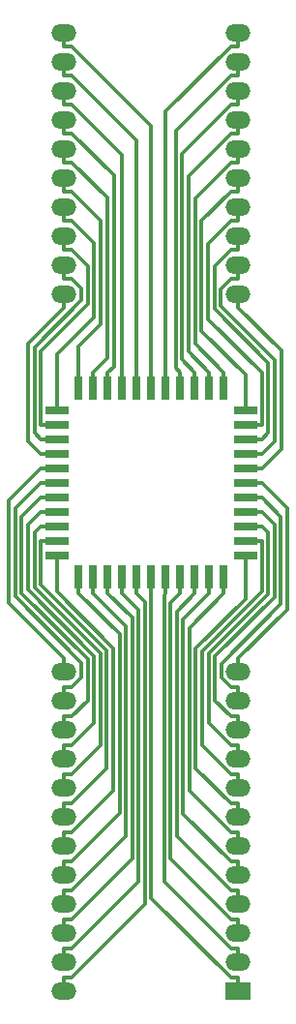
<source format=gtl>
G04 (created by PCBNEW (2013-mar-13)-testing) date Tue 15 Oct 2013 11:37:39 AM CEST*
%MOIN*%
G04 Gerber Fmt 3.4, Leading zero omitted, Abs format*
%FSLAX34Y34*%
G01*
G70*
G90*
G04 APERTURE LIST*
%ADD10C,0.005906*%
%ADD11R,0.086614X0.059055*%
%ADD12O,0.086614X0.059055*%
%ADD13R,0.030000X0.080000*%
%ADD14R,0.080000X0.030000*%
%ADD15C,0.011811*%
G04 APERTURE END LIST*
G54D10*
G54D11*
X62000Y-52500D03*
G54D12*
X62000Y-51500D03*
X62000Y-50500D03*
X62000Y-49500D03*
X62000Y-48500D03*
X62000Y-47500D03*
X62000Y-46500D03*
X62000Y-45500D03*
X62000Y-44500D03*
X62000Y-43500D03*
X62000Y-42500D03*
X62000Y-41500D03*
X62000Y-28500D03*
X62000Y-27500D03*
X62000Y-26500D03*
X62000Y-25500D03*
X62000Y-24500D03*
X62000Y-23500D03*
X62000Y-22500D03*
X62000Y-21500D03*
X62000Y-20500D03*
X62000Y-19500D03*
X56000Y-19500D03*
X56000Y-20500D03*
X56000Y-21500D03*
X56000Y-22500D03*
X56000Y-23500D03*
X56000Y-24500D03*
X56000Y-25500D03*
X56000Y-26500D03*
X56000Y-27500D03*
X56000Y-28500D03*
X56000Y-41500D03*
X56000Y-42500D03*
X56000Y-43500D03*
X56000Y-44500D03*
X56000Y-45500D03*
X56000Y-46500D03*
X56000Y-47500D03*
X56000Y-48500D03*
X56000Y-49500D03*
X56000Y-50500D03*
X56000Y-51500D03*
X56000Y-52500D03*
G54D13*
X59000Y-38250D03*
X59500Y-38250D03*
X60000Y-38250D03*
X60500Y-38250D03*
X61000Y-38250D03*
X61500Y-38250D03*
G54D14*
X62250Y-37500D03*
X62250Y-37000D03*
X62250Y-36500D03*
X62250Y-36000D03*
X62250Y-35500D03*
X62250Y-35000D03*
X62250Y-34500D03*
X62250Y-34000D03*
X62250Y-33500D03*
X62250Y-33000D03*
X62250Y-32500D03*
G54D13*
X61500Y-31750D03*
X61000Y-31750D03*
X60500Y-31750D03*
X60000Y-31750D03*
X59500Y-31750D03*
X59000Y-31750D03*
X58500Y-31750D03*
X58000Y-31750D03*
X57500Y-31750D03*
X57000Y-31750D03*
X56500Y-31750D03*
G54D14*
X55750Y-32500D03*
X55750Y-33000D03*
X55750Y-33500D03*
X55750Y-34000D03*
X55750Y-34500D03*
X55750Y-35000D03*
X55750Y-35500D03*
X55750Y-36000D03*
X55750Y-36500D03*
X55750Y-37000D03*
X55750Y-37500D03*
G54D13*
X56500Y-38250D03*
X57000Y-38250D03*
X57500Y-38250D03*
X58000Y-38250D03*
X58500Y-38250D03*
G54D15*
X62000Y-52500D02*
X62000Y-52045D01*
X59000Y-49292D02*
X59000Y-38809D01*
X61752Y-52045D02*
X59000Y-49292D01*
X62000Y-52045D02*
X61752Y-52045D01*
X59000Y-38250D02*
X59000Y-38809D01*
X62000Y-43500D02*
X62000Y-43045D01*
X62250Y-36000D02*
X62809Y-36000D01*
X61744Y-43045D02*
X62000Y-43045D01*
X61189Y-42490D02*
X61744Y-43045D01*
X61189Y-40975D02*
X61189Y-42490D01*
X63245Y-38919D02*
X61189Y-40975D01*
X63245Y-36436D02*
X63245Y-38919D01*
X62809Y-36000D02*
X63245Y-36436D01*
X61752Y-42045D02*
X62000Y-42045D01*
X61407Y-41700D02*
X61752Y-42045D01*
X61407Y-41220D02*
X61407Y-41700D01*
X63463Y-39164D02*
X61407Y-41220D01*
X63463Y-36154D02*
X63463Y-39164D01*
X62809Y-35500D02*
X63463Y-36154D01*
X62250Y-35500D02*
X62809Y-35500D01*
X62000Y-42500D02*
X62000Y-42045D01*
X62250Y-35000D02*
X62809Y-35000D01*
X62000Y-41500D02*
X62000Y-41045D01*
X63682Y-35872D02*
X62809Y-35000D01*
X63682Y-39363D02*
X63682Y-35872D01*
X62000Y-41045D02*
X63682Y-39363D01*
X62250Y-34500D02*
X62809Y-34500D01*
X62000Y-28500D02*
X62000Y-28954D01*
X63474Y-30429D02*
X62000Y-28954D01*
X63474Y-33834D02*
X63474Y-30429D01*
X62809Y-34500D02*
X63474Y-33834D01*
X61755Y-27954D02*
X62000Y-27954D01*
X61389Y-28320D02*
X61755Y-27954D01*
X61389Y-28901D02*
X61389Y-28320D01*
X63256Y-30769D02*
X61389Y-28901D01*
X63256Y-33552D02*
X63256Y-30769D01*
X62809Y-34000D02*
X63256Y-33552D01*
X62250Y-34000D02*
X62809Y-34000D01*
X62000Y-27500D02*
X62000Y-27954D01*
X61755Y-26954D02*
X62000Y-26954D01*
X61170Y-27539D02*
X61755Y-26954D01*
X61170Y-29006D02*
X61170Y-27539D01*
X63027Y-30862D02*
X61170Y-29006D01*
X63027Y-33281D02*
X63027Y-30862D01*
X62809Y-33500D02*
X63027Y-33281D01*
X62250Y-33500D02*
X62809Y-33500D01*
X62000Y-26500D02*
X62000Y-26954D01*
X62250Y-33000D02*
X62809Y-33000D01*
X62000Y-25500D02*
X62000Y-25954D01*
X61755Y-25954D02*
X62000Y-25954D01*
X60952Y-26757D02*
X61755Y-25954D01*
X60952Y-29362D02*
X60952Y-26757D01*
X62809Y-31218D02*
X60952Y-29362D01*
X62809Y-33000D02*
X62809Y-31218D01*
X62000Y-24500D02*
X62000Y-24954D01*
X61755Y-24954D02*
X62000Y-24954D01*
X60728Y-25981D02*
X61755Y-24954D01*
X60728Y-29754D02*
X60728Y-25981D01*
X62250Y-31276D02*
X60728Y-29754D01*
X62250Y-32500D02*
X62250Y-31276D01*
X61500Y-31750D02*
X61500Y-31190D01*
X62000Y-23500D02*
X62000Y-23954D01*
X61755Y-23954D02*
X62000Y-23954D01*
X60509Y-25200D02*
X61755Y-23954D01*
X60509Y-30199D02*
X60509Y-25200D01*
X61500Y-31190D02*
X60509Y-30199D01*
X61000Y-31750D02*
X61000Y-31190D01*
X62000Y-22500D02*
X62000Y-22954D01*
X61755Y-22954D02*
X62000Y-22954D01*
X60277Y-24432D02*
X61755Y-22954D01*
X60277Y-30468D02*
X60277Y-24432D01*
X61000Y-31190D02*
X60277Y-30468D01*
X59500Y-38250D02*
X59500Y-38809D01*
X62000Y-51500D02*
X62000Y-51045D01*
X61755Y-51045D02*
X62000Y-51045D01*
X59443Y-48733D02*
X61755Y-51045D01*
X59443Y-38865D02*
X59443Y-48733D01*
X59500Y-38809D02*
X59443Y-38865D01*
X60500Y-31750D02*
X60500Y-31190D01*
X62000Y-21500D02*
X62000Y-21954D01*
X61755Y-21954D02*
X62000Y-21954D01*
X60054Y-23655D02*
X61755Y-21954D01*
X60054Y-30745D02*
X60054Y-23655D01*
X60500Y-31190D02*
X60054Y-30745D01*
X61755Y-20954D02*
X62000Y-20954D01*
X59836Y-22873D02*
X61755Y-20954D01*
X59836Y-31027D02*
X59836Y-22873D01*
X60000Y-31190D02*
X59836Y-31027D01*
X60000Y-31750D02*
X60000Y-31190D01*
X62000Y-20500D02*
X62000Y-20954D01*
X62000Y-19500D02*
X62000Y-19954D01*
X59500Y-22209D02*
X59500Y-31190D01*
X61755Y-19954D02*
X59500Y-22209D01*
X62000Y-19954D02*
X61755Y-19954D01*
X59500Y-31750D02*
X59500Y-31190D01*
X56244Y-19954D02*
X56000Y-19954D01*
X59000Y-22709D02*
X56244Y-19954D01*
X59000Y-31750D02*
X59000Y-22709D01*
X56000Y-19500D02*
X56000Y-19954D01*
X56244Y-20954D02*
X56000Y-20954D01*
X58500Y-23209D02*
X56244Y-20954D01*
X58500Y-31750D02*
X58500Y-23209D01*
X56000Y-20500D02*
X56000Y-20954D01*
X56000Y-21500D02*
X56000Y-21954D01*
X58000Y-31750D02*
X58000Y-31190D01*
X56244Y-21954D02*
X56000Y-21954D01*
X58000Y-23709D02*
X56244Y-21954D01*
X58000Y-31190D02*
X58000Y-23709D01*
X57500Y-31750D02*
X57500Y-31190D01*
X56000Y-22500D02*
X56000Y-22954D01*
X56244Y-22954D02*
X56000Y-22954D01*
X57703Y-24413D02*
X56244Y-22954D01*
X57703Y-30987D02*
X57703Y-24413D01*
X57500Y-31190D02*
X57703Y-30987D01*
X57000Y-31750D02*
X57000Y-31190D01*
X56000Y-23500D02*
X56000Y-23954D01*
X56244Y-23954D02*
X56000Y-23954D01*
X57473Y-25183D02*
X56244Y-23954D01*
X57473Y-30717D02*
X57473Y-25183D01*
X57000Y-31190D02*
X57473Y-30717D01*
X56000Y-24500D02*
X56000Y-24954D01*
X56244Y-24954D02*
X56000Y-24954D01*
X57252Y-25962D02*
X56244Y-24954D01*
X57252Y-29536D02*
X57252Y-25962D01*
X56500Y-30289D02*
X57252Y-29536D01*
X56500Y-31750D02*
X56500Y-30289D01*
X56244Y-25954D02*
X56000Y-25954D01*
X57034Y-26743D02*
X56244Y-25954D01*
X57034Y-29292D02*
X57034Y-26743D01*
X55750Y-30576D02*
X57034Y-29292D01*
X55750Y-32500D02*
X55750Y-30576D01*
X56000Y-25500D02*
X56000Y-25954D01*
X60000Y-38250D02*
X60000Y-38809D01*
X62000Y-50500D02*
X62000Y-50045D01*
X61755Y-50045D02*
X62000Y-50045D01*
X59661Y-47951D02*
X61755Y-50045D01*
X59661Y-39147D02*
X59661Y-47951D01*
X60000Y-38809D02*
X59661Y-39147D01*
X55750Y-33000D02*
X55190Y-33000D01*
X56000Y-26500D02*
X56000Y-26954D01*
X55190Y-30475D02*
X55190Y-33000D01*
X56815Y-28850D02*
X55190Y-30475D01*
X56815Y-27525D02*
X56815Y-28850D01*
X56244Y-26954D02*
X56815Y-27525D01*
X56000Y-26954D02*
X56244Y-26954D01*
X56000Y-27500D02*
X56000Y-27954D01*
X55750Y-33500D02*
X55190Y-33500D01*
X54972Y-33281D02*
X55190Y-33500D01*
X54972Y-30322D02*
X54972Y-33281D01*
X56597Y-28697D02*
X54972Y-30322D01*
X56597Y-28296D02*
X56597Y-28697D01*
X56255Y-27954D02*
X56597Y-28296D01*
X56000Y-27954D02*
X56255Y-27954D01*
X56000Y-28500D02*
X56000Y-28954D01*
X55750Y-34000D02*
X55190Y-34000D01*
X54754Y-33563D02*
X55190Y-34000D01*
X54754Y-30200D02*
X54754Y-33563D01*
X56000Y-28954D02*
X54754Y-30200D01*
X55750Y-34500D02*
X55190Y-34500D01*
X56000Y-41500D02*
X56000Y-41045D01*
X54088Y-39134D02*
X56000Y-41045D01*
X54088Y-35602D02*
X54088Y-39134D01*
X55190Y-34500D02*
X54088Y-35602D01*
X56250Y-42045D02*
X56000Y-42045D01*
X56595Y-41700D02*
X56250Y-42045D01*
X56595Y-41189D02*
X56595Y-41700D01*
X54307Y-38901D02*
X56595Y-41189D01*
X54307Y-35883D02*
X54307Y-38901D01*
X55190Y-35000D02*
X54307Y-35883D01*
X55750Y-35000D02*
X55190Y-35000D01*
X56000Y-42500D02*
X56000Y-42045D01*
X56000Y-43500D02*
X56000Y-43045D01*
X55750Y-35500D02*
X55190Y-35500D01*
X54525Y-36165D02*
X55190Y-35500D01*
X54525Y-38792D02*
X54525Y-36165D01*
X56814Y-41080D02*
X54525Y-38792D01*
X56814Y-42487D02*
X56814Y-41080D01*
X56255Y-43045D02*
X56814Y-42487D01*
X56000Y-43045D02*
X56255Y-43045D01*
X55750Y-36000D02*
X55190Y-36000D01*
X56000Y-44500D02*
X56000Y-44045D01*
X56244Y-44045D02*
X56000Y-44045D01*
X57032Y-43257D02*
X56244Y-44045D01*
X57032Y-40957D02*
X57032Y-43257D01*
X54743Y-38668D02*
X57032Y-40957D01*
X54743Y-36447D02*
X54743Y-38668D01*
X55190Y-36000D02*
X54743Y-36447D01*
X55750Y-36500D02*
X55190Y-36500D01*
X56000Y-45500D02*
X56000Y-45045D01*
X56244Y-45045D02*
X56000Y-45045D01*
X57250Y-44039D02*
X56244Y-45045D01*
X57250Y-40867D02*
X57250Y-44039D01*
X54972Y-38589D02*
X57250Y-40867D01*
X54972Y-36718D02*
X54972Y-38589D01*
X55190Y-36500D02*
X54972Y-36718D01*
X55750Y-37000D02*
X55190Y-37000D01*
X56000Y-46500D02*
X56000Y-46045D01*
X56244Y-46045D02*
X56000Y-46045D01*
X57468Y-44821D02*
X56244Y-46045D01*
X57468Y-40776D02*
X57468Y-44821D01*
X55190Y-38498D02*
X57468Y-40776D01*
X55190Y-37000D02*
X55190Y-38498D01*
X56000Y-47500D02*
X56000Y-47045D01*
X56255Y-47045D02*
X56000Y-47045D01*
X57686Y-45614D02*
X56255Y-47045D01*
X57686Y-40686D02*
X57686Y-45614D01*
X55750Y-38749D02*
X57686Y-40686D01*
X55750Y-37500D02*
X55750Y-38749D01*
X60500Y-38250D02*
X60500Y-38809D01*
X62000Y-49500D02*
X62000Y-49045D01*
X61755Y-49045D02*
X62000Y-49045D01*
X59880Y-47170D02*
X61755Y-49045D01*
X59880Y-39429D02*
X59880Y-47170D01*
X60500Y-38809D02*
X59880Y-39429D01*
X56500Y-38250D02*
X56500Y-38809D01*
X56000Y-48500D02*
X56000Y-48045D01*
X56244Y-48045D02*
X56000Y-48045D01*
X57905Y-46384D02*
X56244Y-48045D01*
X57905Y-40214D02*
X57905Y-46384D01*
X56500Y-38809D02*
X57905Y-40214D01*
X57000Y-38250D02*
X57000Y-38809D01*
X56000Y-49500D02*
X56000Y-49045D01*
X56244Y-49045D02*
X56000Y-49045D01*
X58123Y-47166D02*
X56244Y-49045D01*
X58123Y-39932D02*
X58123Y-47166D01*
X57000Y-38809D02*
X58123Y-39932D01*
X57500Y-38250D02*
X57500Y-38809D01*
X56000Y-50500D02*
X56000Y-50045D01*
X56244Y-50045D02*
X56000Y-50045D01*
X58341Y-47948D02*
X56244Y-50045D01*
X58341Y-39650D02*
X58341Y-47948D01*
X57500Y-38809D02*
X58341Y-39650D01*
X58000Y-38250D02*
X58000Y-38809D01*
X56000Y-51500D02*
X56000Y-51045D01*
X56244Y-51045D02*
X56000Y-51045D01*
X58560Y-48730D02*
X56244Y-51045D01*
X58560Y-39369D02*
X58560Y-48730D01*
X58000Y-38809D02*
X58560Y-39369D01*
X56244Y-52045D02*
X56000Y-52045D01*
X58778Y-49511D02*
X56244Y-52045D01*
X58778Y-39087D02*
X58778Y-49511D01*
X58500Y-38809D02*
X58778Y-39087D01*
X58500Y-38250D02*
X58500Y-38809D01*
X56000Y-52500D02*
X56000Y-52045D01*
X61000Y-38250D02*
X61000Y-38809D01*
X62000Y-48500D02*
X62000Y-48045D01*
X61755Y-48045D02*
X62000Y-48045D01*
X60098Y-46388D02*
X61755Y-48045D01*
X60098Y-39710D02*
X60098Y-46388D01*
X61000Y-38809D02*
X60098Y-39710D01*
X62000Y-47500D02*
X62000Y-47045D01*
X61500Y-38250D02*
X61500Y-38809D01*
X61755Y-47045D02*
X62000Y-47045D01*
X60316Y-45606D02*
X61755Y-47045D01*
X60316Y-39992D02*
X60316Y-45606D01*
X61500Y-38809D02*
X60316Y-39992D01*
X62000Y-46500D02*
X62000Y-46045D01*
X61755Y-46045D02*
X62000Y-46045D01*
X60534Y-44824D02*
X61755Y-46045D01*
X60534Y-40704D02*
X60534Y-44824D01*
X62250Y-38989D02*
X60534Y-40704D01*
X62250Y-37500D02*
X62250Y-38989D01*
X62250Y-37000D02*
X62809Y-37000D01*
X62000Y-45500D02*
X62000Y-45045D01*
X61755Y-45045D02*
X62000Y-45045D01*
X60752Y-44043D02*
X61755Y-45045D01*
X60752Y-40795D02*
X60752Y-44043D01*
X62809Y-38738D02*
X60752Y-40795D01*
X62809Y-37000D02*
X62809Y-38738D01*
X62250Y-36500D02*
X62809Y-36500D01*
X62000Y-44500D02*
X62000Y-44045D01*
X61755Y-44045D02*
X62000Y-44045D01*
X60971Y-43261D02*
X61755Y-44045D01*
X60971Y-40885D02*
X60971Y-43261D01*
X63027Y-38829D02*
X60971Y-40885D01*
X63027Y-36718D02*
X63027Y-38829D01*
X62809Y-36500D02*
X63027Y-36718D01*
M02*

</source>
